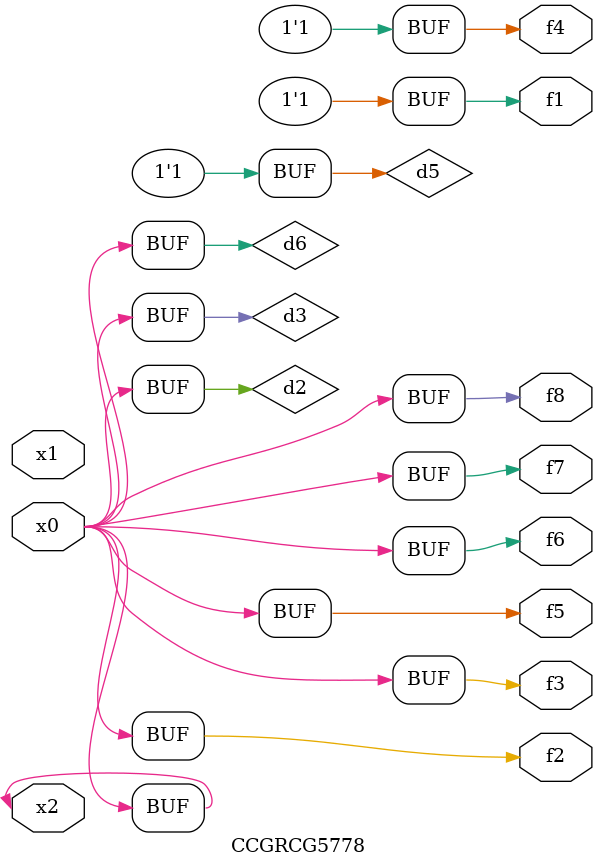
<source format=v>
module CCGRCG5778(
	input x0, x1, x2,
	output f1, f2, f3, f4, f5, f6, f7, f8
);

	wire d1, d2, d3, d4, d5, d6;

	xnor (d1, x2);
	buf (d2, x0, x2);
	and (d3, x0);
	xnor (d4, x1, x2);
	nand (d5, d1, d3);
	buf (d6, d2, d3);
	assign f1 = d5;
	assign f2 = d6;
	assign f3 = d6;
	assign f4 = d5;
	assign f5 = d6;
	assign f6 = d6;
	assign f7 = d6;
	assign f8 = d6;
endmodule

</source>
